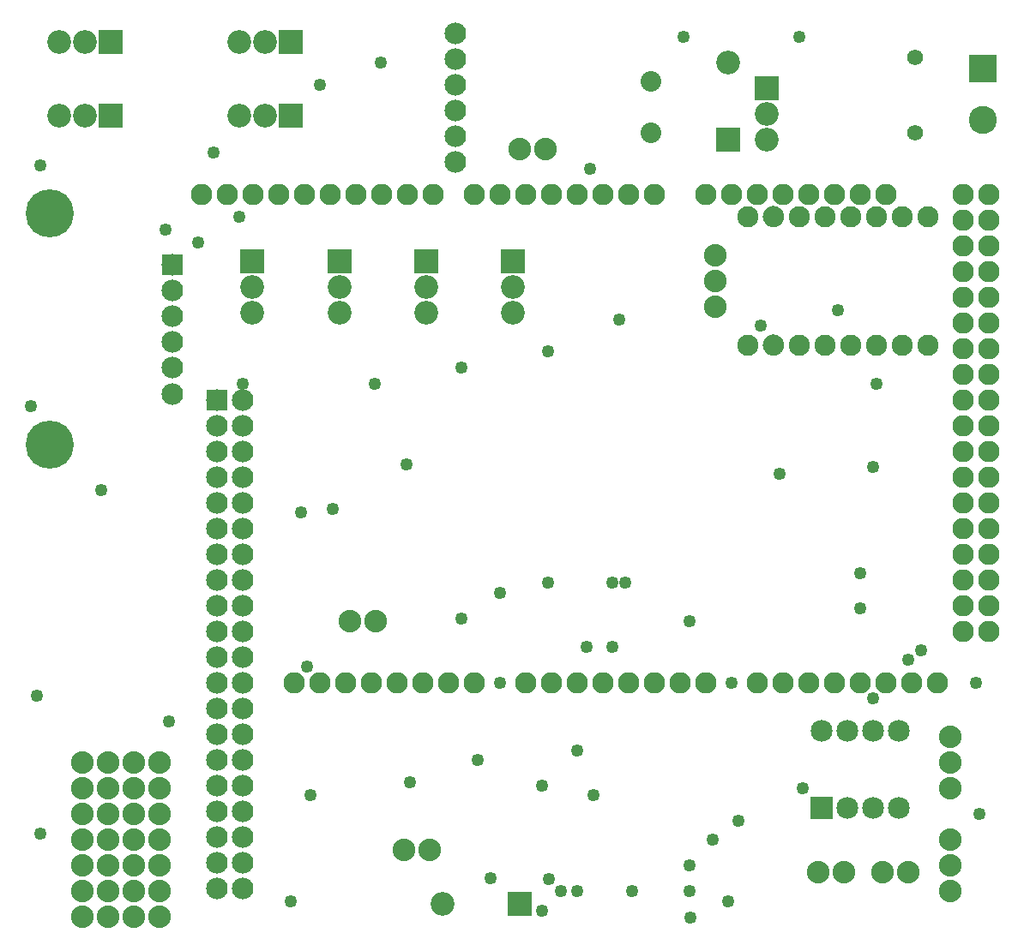
<source format=gbs>
G04 MADE WITH FRITZING*
G04 WWW.FRITZING.ORG*
G04 DOUBLE SIDED*
G04 HOLES PLATED*
G04 CONTOUR ON CENTER OF CONTOUR VECTOR*
%ASAXBY*%
%FSLAX23Y23*%
%MOIN*%
%OFA0B0*%
%SFA1.0B1.0*%
%ADD10C,0.082472*%
%ADD11C,0.082445*%
%ADD12C,0.082417*%
%ADD13C,0.049370*%
%ADD14C,0.084000*%
%ADD15C,0.092000*%
%ADD16C,0.080000*%
%ADD17C,0.187165*%
%ADD18C,0.088000*%
%ADD19C,0.085000*%
%ADD20C,0.082917*%
%ADD21C,0.061496*%
%ADD22C,0.109055*%
%ADD23R,0.084000X0.084000*%
%ADD24R,0.092000X0.092000*%
%ADD25R,0.085000X0.085000*%
%ADD26R,0.109055X0.109055*%
%ADD27R,0.001000X0.001000*%
%LNMASK0*%
G90*
G70*
G54D10*
X2844Y2472D03*
X3544Y2972D03*
X3444Y2972D03*
X3344Y2972D03*
X3244Y2972D03*
X3144Y2972D03*
G54D11*
X3044Y2972D03*
G54D10*
X2844Y2972D03*
G54D11*
X3544Y2472D03*
G54D12*
X3444Y2472D03*
G54D11*
X3344Y2472D03*
G54D10*
X3244Y2472D03*
G54D11*
X3144Y2472D03*
G54D12*
X3044Y2472D03*
G54D13*
X2707Y547D03*
X2769Y309D03*
X3282Y1447D03*
X1882Y1509D03*
X2232Y3159D03*
X3519Y1284D03*
X82Y1109D03*
X2070Y396D03*
X1844Y397D03*
X2594Y3672D03*
X3044Y3672D03*
X1107Y1822D03*
X57Y2234D03*
X882Y2322D03*
X1069Y309D03*
G54D14*
X607Y2784D03*
X607Y2684D03*
X607Y2584D03*
X607Y2484D03*
X607Y2384D03*
X607Y2283D03*
G54D13*
X94Y572D03*
X94Y3172D03*
X1144Y722D03*
X2394Y347D03*
X2182Y347D03*
X2119Y347D03*
X2044Y272D03*
X2244Y722D03*
X2620Y246D03*
X2619Y347D03*
X2619Y447D03*
X2181Y894D03*
X3469Y1247D03*
X2807Y622D03*
X332Y1909D03*
X582Y2922D03*
X707Y2872D03*
X1232Y1834D03*
X3744Y647D03*
X3344Y2322D03*
X3282Y1584D03*
X2319Y1547D03*
X2619Y1397D03*
X1794Y859D03*
X1519Y2009D03*
X1132Y1222D03*
X2219Y1297D03*
X2069Y1547D03*
X2319Y1297D03*
X2369Y1547D03*
X1732Y1409D03*
X3732Y1159D03*
X869Y2972D03*
X2344Y2572D03*
G54D15*
X1957Y297D03*
X1659Y297D03*
G54D16*
X2469Y3497D03*
X2469Y3297D03*
G54D13*
X1532Y772D03*
G54D14*
X1707Y3684D03*
X1707Y3584D03*
X1707Y3484D03*
X1707Y3384D03*
X1707Y3284D03*
X1707Y3184D03*
X1707Y3684D03*
X1707Y3584D03*
X1707Y3484D03*
X1707Y3384D03*
X1707Y3284D03*
X1707Y3184D03*
G54D13*
X3057Y747D03*
G54D17*
X132Y2084D03*
X132Y2984D03*
G54D13*
X1732Y2384D03*
X2069Y2447D03*
X1394Y2322D03*
X769Y3222D03*
X1182Y3484D03*
X1419Y3572D03*
X3332Y1097D03*
X1882Y1159D03*
X594Y1009D03*
X2782Y1159D03*
X3194Y2609D03*
X2969Y1972D03*
X3332Y1997D03*
X2044Y759D03*
G54D18*
X557Y347D03*
X457Y347D03*
X357Y347D03*
X257Y347D03*
X557Y847D03*
X457Y847D03*
X357Y847D03*
X257Y847D03*
X257Y647D03*
X357Y647D03*
X457Y647D03*
X457Y447D03*
X257Y447D03*
X357Y447D03*
X557Y447D03*
X257Y247D03*
X357Y247D03*
X257Y747D03*
X357Y747D03*
X457Y747D03*
X557Y247D03*
X457Y547D03*
X557Y547D03*
X1397Y1397D03*
X1297Y1397D03*
X257Y547D03*
X357Y547D03*
X557Y747D03*
X457Y247D03*
X557Y647D03*
G54D13*
X2894Y2547D03*
G54D19*
X3132Y672D03*
X3132Y972D03*
X3232Y672D03*
X3232Y972D03*
X3332Y672D03*
X3332Y972D03*
X3432Y672D03*
X3432Y972D03*
G54D14*
X882Y2259D03*
X882Y2159D03*
X882Y2059D03*
X882Y1959D03*
X882Y1859D03*
X882Y1759D03*
X882Y1659D03*
X882Y1559D03*
X882Y1459D03*
X882Y1359D03*
X882Y1259D03*
X882Y1159D03*
X882Y1059D03*
X882Y959D03*
X882Y859D03*
X882Y759D03*
X882Y659D03*
X882Y559D03*
X882Y459D03*
X882Y359D03*
X782Y2259D03*
X782Y2159D03*
X782Y2059D03*
X782Y1959D03*
X782Y1859D03*
X782Y1759D03*
X782Y1659D03*
X782Y1559D03*
X782Y1459D03*
X782Y1359D03*
X782Y1259D03*
X782Y1159D03*
X782Y1059D03*
X782Y959D03*
X782Y859D03*
X782Y759D03*
X782Y659D03*
X782Y559D03*
X782Y459D03*
X782Y359D03*
G54D20*
X2982Y1159D03*
X1382Y1159D03*
X3082Y1159D03*
X3182Y1159D03*
X3282Y1159D03*
X3382Y1159D03*
X3682Y2559D03*
X3482Y1159D03*
X3582Y1159D03*
X1422Y3059D03*
X1982Y1159D03*
X2082Y1159D03*
X2182Y1159D03*
X2282Y1159D03*
X3682Y1759D03*
X2382Y1159D03*
X2482Y1159D03*
X2582Y1159D03*
X2682Y1159D03*
X2182Y3059D03*
X3682Y2959D03*
X3682Y2159D03*
X3682Y1359D03*
X1022Y3059D03*
X1782Y1159D03*
X1782Y3059D03*
X3682Y2759D03*
X3682Y2359D03*
X3682Y1959D03*
X3382Y3059D03*
X3682Y1559D03*
X3282Y3059D03*
X3182Y3059D03*
X3082Y3059D03*
X2982Y3059D03*
X2882Y3059D03*
X2782Y3059D03*
X2682Y3059D03*
X822Y3059D03*
X1222Y3059D03*
X1622Y3059D03*
X1182Y1159D03*
X1582Y1159D03*
X2382Y3059D03*
X1982Y3059D03*
X3682Y3059D03*
X3682Y2859D03*
X3682Y2659D03*
X3682Y2459D03*
X3682Y2259D03*
X3682Y2059D03*
X3682Y1859D03*
X3682Y1659D03*
X3682Y1459D03*
X722Y3059D03*
X922Y3059D03*
X1122Y3059D03*
X1322Y3059D03*
X1522Y3059D03*
X1082Y1159D03*
X1282Y1159D03*
X1482Y1159D03*
X1682Y1159D03*
X2482Y3059D03*
X2282Y3059D03*
X2082Y3059D03*
X1882Y3059D03*
X3782Y3059D03*
X3782Y2959D03*
X3782Y2859D03*
X3782Y2759D03*
X3782Y2659D03*
X3782Y2559D03*
X3782Y2459D03*
X3782Y2359D03*
X3782Y2259D03*
X3782Y2159D03*
X3782Y2059D03*
X3782Y1959D03*
X3782Y1859D03*
X3782Y1759D03*
X3782Y1659D03*
X3782Y1559D03*
X3782Y1459D03*
X3782Y1359D03*
X2882Y1159D03*
G54D15*
X1257Y2797D03*
X1257Y2697D03*
X1257Y2597D03*
X1932Y2797D03*
X1932Y2697D03*
X1932Y2597D03*
X1594Y2797D03*
X1594Y2697D03*
X1594Y2597D03*
X919Y2797D03*
X919Y2697D03*
X919Y2597D03*
G54D18*
X3632Y347D03*
X3632Y447D03*
X3632Y547D03*
X3632Y947D03*
X3632Y847D03*
X3632Y747D03*
X2057Y3234D03*
X1957Y3234D03*
X2719Y2822D03*
X2719Y2722D03*
X2719Y2622D03*
X3119Y422D03*
X3219Y422D03*
X1607Y509D03*
X1507Y509D03*
X3469Y422D03*
X3369Y422D03*
G54D15*
X2919Y3472D03*
X2919Y3372D03*
X2919Y3272D03*
X2769Y3272D03*
X2769Y3570D03*
G54D21*
X3494Y3297D03*
X3494Y3592D03*
G54D15*
X369Y3366D03*
X269Y3366D03*
X169Y3366D03*
X1069Y3653D03*
X969Y3653D03*
X869Y3653D03*
X369Y3653D03*
X269Y3653D03*
X169Y3653D03*
X1069Y3366D03*
X969Y3366D03*
X869Y3366D03*
G54D22*
X3757Y3547D03*
X3757Y3347D03*
G54D23*
X607Y2784D03*
G54D24*
X1958Y297D03*
G54D25*
X3132Y672D03*
G54D23*
X782Y2259D03*
G54D24*
X1257Y2797D03*
X1932Y2797D03*
X1594Y2797D03*
X919Y2797D03*
X2919Y3472D03*
X2769Y3271D03*
X369Y3366D03*
X1069Y3653D03*
X369Y3653D03*
X1069Y3366D03*
G54D26*
X3757Y3547D03*
G54D27*
X2939Y3013D02*
X2948Y3013D01*
X2934Y3012D02*
X2954Y3012D01*
X2931Y3011D02*
X2957Y3011D01*
X2928Y3010D02*
X2960Y3010D01*
X2926Y3009D02*
X2962Y3009D01*
X2924Y3008D02*
X2964Y3008D01*
X2922Y3007D02*
X2965Y3007D01*
X2921Y3006D02*
X2967Y3006D01*
X2920Y3005D02*
X2968Y3005D01*
X2918Y3004D02*
X2970Y3004D01*
X2917Y3003D02*
X2971Y3003D01*
X2916Y3002D02*
X2972Y3002D01*
X2915Y3001D02*
X2973Y3001D01*
X2914Y3000D02*
X2974Y3000D01*
X2913Y2999D02*
X2975Y2999D01*
X2912Y2998D02*
X2975Y2998D01*
X2912Y2997D02*
X2976Y2997D01*
X2911Y2996D02*
X2977Y2996D01*
X2910Y2995D02*
X2978Y2995D01*
X2910Y2994D02*
X2978Y2994D01*
X2909Y2993D02*
X2979Y2993D01*
X2908Y2992D02*
X2979Y2992D01*
X2908Y2991D02*
X2980Y2991D01*
X2907Y2990D02*
X2980Y2990D01*
X2907Y2989D02*
X2981Y2989D01*
X2906Y2988D02*
X2981Y2988D01*
X2906Y2987D02*
X2982Y2987D01*
X2906Y2986D02*
X2982Y2986D01*
X2905Y2985D02*
X2983Y2985D01*
X2905Y2984D02*
X2983Y2984D01*
X2905Y2983D02*
X2983Y2983D01*
X2904Y2982D02*
X2983Y2982D01*
X2904Y2981D02*
X2984Y2981D01*
X2904Y2980D02*
X2984Y2980D01*
X2904Y2979D02*
X2984Y2979D01*
X2904Y2978D02*
X2984Y2978D01*
X2904Y2977D02*
X2984Y2977D01*
X2903Y2976D02*
X2984Y2976D01*
X2903Y2975D02*
X2984Y2975D01*
X2903Y2974D02*
X2984Y2974D01*
X2903Y2973D02*
X2985Y2973D01*
X2903Y2972D02*
X2985Y2972D01*
X2903Y2971D02*
X2985Y2971D01*
X2903Y2970D02*
X2984Y2970D01*
X2903Y2969D02*
X2984Y2969D01*
X2903Y2968D02*
X2984Y2968D01*
X2904Y2967D02*
X2984Y2967D01*
X2904Y2966D02*
X2984Y2966D01*
X2904Y2965D02*
X2984Y2965D01*
X2904Y2964D02*
X2984Y2964D01*
X2904Y2963D02*
X2983Y2963D01*
X2905Y2962D02*
X2983Y2962D01*
X2905Y2961D02*
X2983Y2961D01*
X2905Y2960D02*
X2983Y2960D01*
X2905Y2959D02*
X2982Y2959D01*
X2906Y2958D02*
X2982Y2958D01*
X2906Y2957D02*
X2982Y2957D01*
X2906Y2956D02*
X2981Y2956D01*
X2907Y2955D02*
X2981Y2955D01*
X2907Y2954D02*
X2980Y2954D01*
X2908Y2953D02*
X2980Y2953D01*
X2908Y2952D02*
X2979Y2952D01*
X2909Y2951D02*
X2979Y2951D01*
X2910Y2950D02*
X2978Y2950D01*
X2910Y2949D02*
X2977Y2949D01*
X2911Y2948D02*
X2977Y2948D01*
X2912Y2947D02*
X2976Y2947D01*
X2913Y2946D02*
X2975Y2946D01*
X2913Y2945D02*
X2974Y2945D01*
X2914Y2944D02*
X2973Y2944D01*
X2915Y2943D02*
X2973Y2943D01*
X2916Y2942D02*
X2971Y2942D01*
X2917Y2941D02*
X2970Y2941D01*
X2919Y2940D02*
X2969Y2940D01*
X2920Y2939D02*
X2968Y2939D01*
X2921Y2938D02*
X2966Y2938D01*
X2923Y2937D02*
X2965Y2937D01*
X2925Y2936D02*
X2963Y2936D01*
X2927Y2935D02*
X2961Y2935D01*
X2929Y2934D02*
X2959Y2934D01*
X2932Y2933D02*
X2956Y2933D01*
X2935Y2932D02*
X2952Y2932D01*
X2943Y2931D02*
X2945Y2931D01*
X2939Y2513D02*
X2948Y2513D01*
X2934Y2512D02*
X2954Y2512D01*
X2931Y2511D02*
X2957Y2511D01*
X2928Y2510D02*
X2960Y2510D01*
X2926Y2509D02*
X2962Y2509D01*
X2924Y2508D02*
X2964Y2508D01*
X2923Y2507D02*
X2965Y2507D01*
X2921Y2506D02*
X2967Y2506D01*
X2920Y2505D02*
X2968Y2505D01*
X2918Y2504D02*
X2969Y2504D01*
X2917Y2503D02*
X2971Y2503D01*
X2916Y2502D02*
X2972Y2502D01*
X2915Y2501D02*
X2973Y2501D01*
X2914Y2500D02*
X2974Y2500D01*
X2913Y2499D02*
X2975Y2499D01*
X2912Y2498D02*
X2975Y2498D01*
X2912Y2497D02*
X2976Y2497D01*
X2911Y2496D02*
X2977Y2496D01*
X2910Y2495D02*
X2978Y2495D01*
X2910Y2494D02*
X2978Y2494D01*
X2909Y2493D02*
X2979Y2493D01*
X2908Y2492D02*
X2979Y2492D01*
X2908Y2491D02*
X2980Y2491D01*
X2907Y2490D02*
X2980Y2490D01*
X2907Y2489D02*
X2981Y2489D01*
X2906Y2488D02*
X2981Y2488D01*
X2906Y2487D02*
X2982Y2487D01*
X2906Y2486D02*
X2982Y2486D01*
X2905Y2485D02*
X2982Y2485D01*
X2905Y2484D02*
X2983Y2484D01*
X2905Y2483D02*
X2983Y2483D01*
X2904Y2482D02*
X2983Y2482D01*
X2904Y2481D02*
X2984Y2481D01*
X2904Y2480D02*
X2984Y2480D01*
X2904Y2479D02*
X2984Y2479D01*
X2904Y2478D02*
X2984Y2478D01*
X2904Y2477D02*
X2984Y2477D01*
X2903Y2476D02*
X2984Y2476D01*
X2903Y2475D02*
X2984Y2475D01*
X2903Y2474D02*
X2984Y2474D01*
X2903Y2473D02*
X2985Y2473D01*
X2903Y2472D02*
X2985Y2472D01*
X2903Y2471D02*
X2985Y2471D01*
X2903Y2470D02*
X2984Y2470D01*
X2903Y2469D02*
X2984Y2469D01*
X2903Y2468D02*
X2984Y2468D01*
X2904Y2467D02*
X2984Y2467D01*
X2904Y2466D02*
X2984Y2466D01*
X2904Y2465D02*
X2984Y2465D01*
X2904Y2464D02*
X2984Y2464D01*
X2904Y2463D02*
X2983Y2463D01*
X2905Y2462D02*
X2983Y2462D01*
X2905Y2461D02*
X2983Y2461D01*
X2905Y2460D02*
X2983Y2460D01*
X2905Y2459D02*
X2982Y2459D01*
X2906Y2458D02*
X2982Y2458D01*
X2906Y2457D02*
X2982Y2457D01*
X2906Y2456D02*
X2981Y2456D01*
X2907Y2455D02*
X2981Y2455D01*
X2907Y2454D02*
X2980Y2454D01*
X2908Y2453D02*
X2980Y2453D01*
X2909Y2452D02*
X2979Y2452D01*
X2909Y2451D02*
X2979Y2451D01*
X2910Y2450D02*
X2978Y2450D01*
X2910Y2449D02*
X2977Y2449D01*
X2911Y2448D02*
X2977Y2448D01*
X2912Y2447D02*
X2976Y2447D01*
X2913Y2446D02*
X2975Y2446D01*
X2913Y2445D02*
X2974Y2445D01*
X2914Y2444D02*
X2973Y2444D01*
X2915Y2443D02*
X2972Y2443D01*
X2916Y2442D02*
X2971Y2442D01*
X2917Y2441D02*
X2970Y2441D01*
X2919Y2440D02*
X2969Y2440D01*
X2920Y2439D02*
X2968Y2439D01*
X2921Y2438D02*
X2966Y2438D01*
X2923Y2437D02*
X2965Y2437D01*
X2925Y2436D02*
X2963Y2436D01*
X2927Y2435D02*
X2961Y2435D01*
X2929Y2434D02*
X2959Y2434D01*
X2932Y2433D02*
X2956Y2433D01*
X2935Y2432D02*
X2952Y2432D01*
X2943Y2431D02*
X2945Y2431D01*
D02*
G04 End of Mask0*
M02*
</source>
